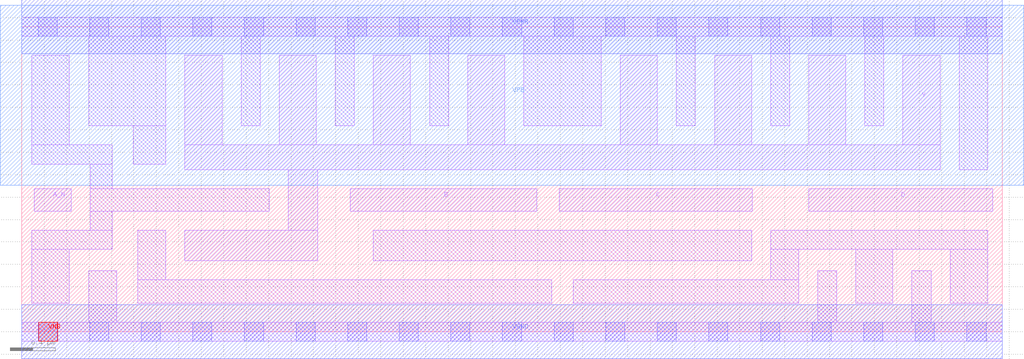
<source format=lef>
# Copyright 2020 The SkyWater PDK Authors
#
# Licensed under the Apache License, Version 2.0 (the "License");
# you may not use this file except in compliance with the License.
# You may obtain a copy of the License at
#
#     https://www.apache.org/licenses/LICENSE-2.0
#
# Unless required by applicable law or agreed to in writing, software
# distributed under the License is distributed on an "AS IS" BASIS,
# WITHOUT WARRANTIES OR CONDITIONS OF ANY KIND, either express or implied.
# See the License for the specific language governing permissions and
# limitations under the License.
#
# SPDX-License-Identifier: Apache-2.0

VERSION 5.7 ;
  NOWIREEXTENSIONATPIN ON ;
  DIVIDERCHAR "/" ;
  BUSBITCHARS "[]" ;
MACRO sky130_fd_sc_hd__nand4b_4
  CLASS CORE ;
  FOREIGN sky130_fd_sc_hd__nand4b_4 ;
  ORIGIN  0.000000  0.000000 ;
  SIZE  8.740000 BY  2.720000 ;
  SYMMETRY X Y R90 ;
  SITE unithd ;
  PIN A_N
    ANTENNAGATEAREA  0.247500 ;
    DIRECTION INPUT ;
    USE SIGNAL ;
    PORT
      LAYER li1 ;
        RECT 0.110000 1.075000 0.440000 1.275000 ;
    END
  END A_N
  PIN B
    ANTENNAGATEAREA  0.990000 ;
    DIRECTION INPUT ;
    USE SIGNAL ;
    PORT
      LAYER li1 ;
        RECT 2.930000 1.075000 4.590000 1.275000 ;
    END
  END B
  PIN C
    ANTENNAGATEAREA  0.990000 ;
    DIRECTION INPUT ;
    USE SIGNAL ;
    PORT
      LAYER li1 ;
        RECT 4.790000 1.075000 6.510000 1.275000 ;
    END
  END C
  PIN D
    ANTENNAGATEAREA  0.990000 ;
    DIRECTION INPUT ;
    USE SIGNAL ;
    PORT
      LAYER li1 ;
        RECT 7.015000 1.075000 8.655000 1.275000 ;
    END
  END D
  PIN Y
    ANTENNADIFFAREA  2.511000 ;
    DIRECTION OUTPUT ;
    USE SIGNAL ;
    PORT
      LAYER li1 ;
        RECT 1.455000 0.635000 2.640000 0.905000 ;
        RECT 1.455000 1.445000 8.185000 1.665000 ;
        RECT 1.455000 1.665000 1.785000 2.465000 ;
        RECT 2.295000 1.665000 2.625000 2.465000 ;
        RECT 2.375000 0.905000 2.640000 1.445000 ;
        RECT 3.135000 1.665000 3.465000 2.465000 ;
        RECT 3.975000 1.665000 4.305000 2.465000 ;
        RECT 5.335000 1.665000 5.665000 2.465000 ;
        RECT 6.175000 1.665000 6.505000 2.465000 ;
        RECT 7.015000 1.665000 7.345000 2.465000 ;
        RECT 7.855000 1.665000 8.185000 2.465000 ;
    END
  END Y
  PIN VGND
    DIRECTION INOUT ;
    SHAPE ABUTMENT ;
    USE GROUND ;
    PORT
      LAYER met1 ;
        RECT 0.000000 -0.240000 8.740000 0.240000 ;
    END
  END VGND
  PIN VNB
    DIRECTION INOUT ;
    USE GROUND ;
    PORT
      LAYER pwell ;
        RECT 0.150000 -0.085000 0.320000 0.085000 ;
    END
  END VNB
  PIN VPB
    DIRECTION INOUT ;
    USE POWER ;
    PORT
      LAYER nwell ;
        RECT -0.190000 1.305000 8.930000 2.910000 ;
    END
  END VPB
  PIN VPWR
    DIRECTION INOUT ;
    SHAPE ABUTMENT ;
    USE POWER ;
    PORT
      LAYER met1 ;
        RECT 0.000000 2.480000 8.740000 2.960000 ;
    END
  END VPWR
  OBS
    LAYER li1 ;
      RECT 0.000000 -0.085000 8.740000 0.085000 ;
      RECT 0.000000  2.635000 8.740000 2.805000 ;
      RECT 0.090000  0.255000 0.425000 0.735000 ;
      RECT 0.090000  0.735000 0.805000 0.905000 ;
      RECT 0.090000  1.495000 0.805000 1.665000 ;
      RECT 0.090000  1.665000 0.425000 2.465000 ;
      RECT 0.595000  0.085000 0.845000 0.545000 ;
      RECT 0.595000  1.835000 1.285000 2.635000 ;
      RECT 0.610000  0.905000 0.805000 1.075000 ;
      RECT 0.610000  1.075000 2.205000 1.275000 ;
      RECT 0.610000  1.275000 0.805000 1.495000 ;
      RECT 0.995000  1.495000 1.285000 1.835000 ;
      RECT 1.035000  0.255000 4.725000 0.465000 ;
      RECT 1.035000  0.465000 1.285000 0.905000 ;
      RECT 1.955000  1.835000 2.125000 2.635000 ;
      RECT 2.795000  1.835000 2.965000 2.635000 ;
      RECT 3.135000  0.635000 6.505000 0.905000 ;
      RECT 3.635000  1.835000 3.805000 2.635000 ;
      RECT 4.475000  1.835000 5.165000 2.635000 ;
      RECT 4.915000  0.255000 6.925000 0.465000 ;
      RECT 5.835000  1.835000 6.005000 2.635000 ;
      RECT 6.675000  0.465000 6.925000 0.735000 ;
      RECT 6.675000  0.735000 8.610000 0.905000 ;
      RECT 6.675000  1.835000 6.845000 2.635000 ;
      RECT 7.095000  0.085000 7.265000 0.545000 ;
      RECT 7.435000  0.255000 7.765000 0.735000 ;
      RECT 7.515000  1.835000 7.685000 2.635000 ;
      RECT 7.935000  0.085000 8.105000 0.545000 ;
      RECT 8.275000  0.255000 8.610000 0.735000 ;
      RECT 8.355000  1.445000 8.610000 2.635000 ;
    LAYER mcon ;
      RECT 0.145000 -0.085000 0.315000 0.085000 ;
      RECT 0.145000  2.635000 0.315000 2.805000 ;
      RECT 0.605000 -0.085000 0.775000 0.085000 ;
      RECT 0.605000  2.635000 0.775000 2.805000 ;
      RECT 1.065000 -0.085000 1.235000 0.085000 ;
      RECT 1.065000  2.635000 1.235000 2.805000 ;
      RECT 1.525000 -0.085000 1.695000 0.085000 ;
      RECT 1.525000  2.635000 1.695000 2.805000 ;
      RECT 1.985000 -0.085000 2.155000 0.085000 ;
      RECT 1.985000  2.635000 2.155000 2.805000 ;
      RECT 2.445000 -0.085000 2.615000 0.085000 ;
      RECT 2.445000  2.635000 2.615000 2.805000 ;
      RECT 2.905000 -0.085000 3.075000 0.085000 ;
      RECT 2.905000  2.635000 3.075000 2.805000 ;
      RECT 3.365000 -0.085000 3.535000 0.085000 ;
      RECT 3.365000  2.635000 3.535000 2.805000 ;
      RECT 3.825000 -0.085000 3.995000 0.085000 ;
      RECT 3.825000  2.635000 3.995000 2.805000 ;
      RECT 4.285000 -0.085000 4.455000 0.085000 ;
      RECT 4.285000  2.635000 4.455000 2.805000 ;
      RECT 4.745000 -0.085000 4.915000 0.085000 ;
      RECT 4.745000  2.635000 4.915000 2.805000 ;
      RECT 5.205000 -0.085000 5.375000 0.085000 ;
      RECT 5.205000  2.635000 5.375000 2.805000 ;
      RECT 5.665000 -0.085000 5.835000 0.085000 ;
      RECT 5.665000  2.635000 5.835000 2.805000 ;
      RECT 6.125000 -0.085000 6.295000 0.085000 ;
      RECT 6.125000  2.635000 6.295000 2.805000 ;
      RECT 6.585000 -0.085000 6.755000 0.085000 ;
      RECT 6.585000  2.635000 6.755000 2.805000 ;
      RECT 7.045000 -0.085000 7.215000 0.085000 ;
      RECT 7.045000  2.635000 7.215000 2.805000 ;
      RECT 7.505000 -0.085000 7.675000 0.085000 ;
      RECT 7.505000  2.635000 7.675000 2.805000 ;
      RECT 7.965000 -0.085000 8.135000 0.085000 ;
      RECT 7.965000  2.635000 8.135000 2.805000 ;
      RECT 8.425000 -0.085000 8.595000 0.085000 ;
      RECT 8.425000  2.635000 8.595000 2.805000 ;
  END
END sky130_fd_sc_hd__nand4b_4
END LIBRARY

</source>
